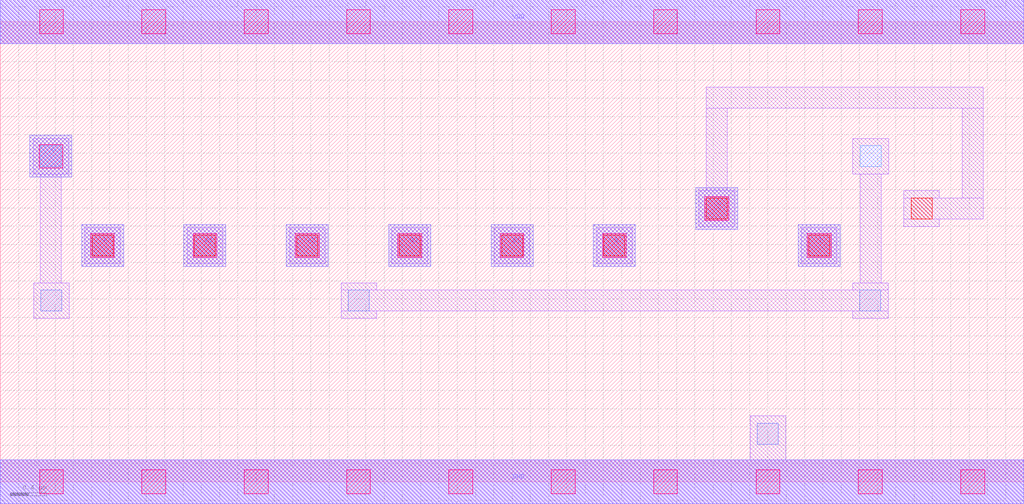
<source format=lef>
MACRO AAOAI3311
 CLASS CORE ;
 FOREIGN AAOAI3311 0 0 ;
 SIZE 11.200000000000001 BY 5.04 ;
 ORIGIN 0 0 ;
 SYMMETRY X Y R90 ;
 SITE unit ;
  PIN VDD
   DIRECTION INOUT ;
   USE POWER ;
   SHAPE ABUTMENT ;
    PORT
     CLASS CORE ;
       LAYER met1 ;
        RECT 0.00000000 4.80000000 11.20000000 5.28000000 ;
       LAYER met2 ;
        RECT 0.00000000 4.80000000 11.20000000 5.28000000 ;
    END
  END VDD

  PIN GND
   DIRECTION INOUT ;
   USE POWER ;
   SHAPE ABUTMENT ;
    PORT
     CLASS CORE ;
       LAYER met1 ;
        RECT 0.00000000 -0.24000000 11.20000000 0.24000000 ;
       LAYER met2 ;
        RECT 0.00000000 -0.24000000 11.20000000 0.24000000 ;
    END
  END GND

  PIN Y
   DIRECTION INOUT ;
   USE SIGNAL ;
   SHAPE ABUTMENT ;
    PORT
     CLASS CORE ;
       LAYER met2 ;
        RECT 0.32500000 3.33500000 0.78500000 3.79500000 ;
    END
  END Y

  PIN A
   DIRECTION INOUT ;
   USE SIGNAL ;
   SHAPE ABUTMENT ;
    PORT
     CLASS CORE ;
       LAYER met2 ;
        RECT 0.89000000 2.35700000 1.35000000 2.81700000 ;
    END
  END A

  PIN A1
   DIRECTION INOUT ;
   USE SIGNAL ;
   SHAPE ABUTMENT ;
    PORT
     CLASS CORE ;
       LAYER met2 ;
        RECT 2.01000000 2.35700000 2.47000000 2.81700000 ;
    END
  END A1

  PIN A2
   DIRECTION INOUT ;
   USE SIGNAL ;
   SHAPE ABUTMENT ;
    PORT
     CLASS CORE ;
       LAYER met2 ;
        RECT 3.13000000 2.35700000 3.59000000 2.81700000 ;
    END
  END A2

  PIN B
   DIRECTION INOUT ;
   USE SIGNAL ;
   SHAPE ABUTMENT ;
    PORT
     CLASS CORE ;
       LAYER met2 ;
        RECT 6.49000000 2.35700000 6.95000000 2.81700000 ;
    END
  END B

  PIN C
   DIRECTION INOUT ;
   USE SIGNAL ;
   SHAPE ABUTMENT ;
    PORT
     CLASS CORE ;
       LAYER met2 ;
        RECT 7.61000000 2.76200000 8.07000000 3.22200000 ;
    END
  END C

  PIN B1
   DIRECTION INOUT ;
   USE SIGNAL ;
   SHAPE ABUTMENT ;
    PORT
     CLASS CORE ;
       LAYER met2 ;
        RECT 5.37000000 2.35700000 5.83000000 2.81700000 ;
    END
  END B1

  PIN D
   DIRECTION INOUT ;
   USE SIGNAL ;
   SHAPE ABUTMENT ;
    PORT
     CLASS CORE ;
       LAYER met2 ;
        RECT 8.73000000 2.35700000 9.19000000 2.81700000 ;
    END
  END D

  PIN B2
   DIRECTION INOUT ;
   USE SIGNAL ;
   SHAPE ABUTMENT ;
    PORT
     CLASS CORE ;
       LAYER met2 ;
        RECT 4.25000000 2.35700000 4.71000000 2.81700000 ;
    END
  END B2

 OBS
    LAYER polycont ;
     RECT 1.00500000 2.47200000 1.23500000 2.70200000 ;
     RECT 2.12500000 2.47200000 2.35500000 2.70200000 ;
     RECT 3.24500000 2.47200000 3.47500000 2.70200000 ;
     RECT 4.36500000 2.47200000 4.59500000 2.70200000 ;
     RECT 5.48500000 2.47200000 5.71500000 2.70200000 ;
     RECT 6.60500000 2.47200000 6.83500000 2.70200000 ;
     RECT 8.84500000 2.47200000 9.07500000 2.70200000 ;
     RECT 7.72500000 2.87700000 7.95500000 3.10700000 ;
     RECT 9.96500000 2.87700000 10.19500000 3.10700000 ;

    LAYER pdiffc ;
     RECT 0.44000000 3.45000000 0.67000000 3.68000000 ;
     RECT 9.41000000 3.45000000 9.64000000 3.68000000 ;

    LAYER ndiffc ;
     RECT 8.28500000 0.41000000 8.51500000 0.64000000 ;
     RECT 0.44500000 1.87000000 0.67500000 2.10000000 ;
     RECT 3.81000000 1.87000000 4.04000000 2.10000000 ;
     RECT 9.40500000 1.87000000 9.63500000 2.10000000 ;

    LAYER met1 ;
     RECT 0.00000000 -0.24000000 11.20000000 0.24000000 ;
     RECT 8.20500000 0.24000000 8.59500000 0.72000000 ;
     RECT 0.92500000 2.39200000 1.31500000 2.78200000 ;
     RECT 2.04500000 2.39200000 2.43500000 2.78200000 ;
     RECT 3.16500000 2.39200000 3.55500000 2.78200000 ;
     RECT 4.28500000 2.39200000 4.67500000 2.78200000 ;
     RECT 5.40500000 2.39200000 5.79500000 2.78200000 ;
     RECT 6.52500000 2.39200000 6.91500000 2.78200000 ;
     RECT 8.76500000 2.39200000 9.15500000 2.78200000 ;
     RECT 0.36500000 1.79000000 0.75500000 2.18000000 ;
     RECT 0.44000000 2.18000000 0.67000000 3.37000000 ;
     RECT 0.36000000 3.37000000 0.75000000 3.76000000 ;
     RECT 3.73000000 1.79000000 4.12000000 1.87000000 ;
     RECT 9.32500000 1.79000000 9.71500000 1.87000000 ;
     RECT 3.73000000 1.87000000 9.71500000 2.10000000 ;
     RECT 3.73000000 2.10000000 4.12000000 2.18000000 ;
     RECT 9.32500000 2.10000000 9.71500000 2.18000000 ;
     RECT 9.41000000 2.18000000 9.64000000 3.37000000 ;
     RECT 9.33000000 3.37000000 9.72000000 3.76000000 ;
     RECT 9.88500000 2.79700000 10.27500000 2.87700000 ;
     RECT 9.88500000 2.87700000 10.75500000 3.10700000 ;
     RECT 7.64500000 2.79700000 8.03500000 3.18700000 ;
     RECT 9.88500000 3.10700000 10.27500000 3.18700000 ;
     RECT 7.72500000 3.18700000 7.95500000 4.09200000 ;
     RECT 10.52500000 3.10700000 10.75500000 4.09200000 ;
     RECT 7.72500000 4.09200000 10.75500000 4.32200000 ;
     RECT 0.00000000 4.80000000 11.20000000 5.28000000 ;

    LAYER via1 ;
     RECT 0.43000000 -0.13000000 0.69000000 0.13000000 ;
     RECT 1.55000000 -0.13000000 1.81000000 0.13000000 ;
     RECT 2.67000000 -0.13000000 2.93000000 0.13000000 ;
     RECT 3.79000000 -0.13000000 4.05000000 0.13000000 ;
     RECT 4.91000000 -0.13000000 5.17000000 0.13000000 ;
     RECT 6.03000000 -0.13000000 6.29000000 0.13000000 ;
     RECT 7.15000000 -0.13000000 7.41000000 0.13000000 ;
     RECT 8.27000000 -0.13000000 8.53000000 0.13000000 ;
     RECT 9.39000000 -0.13000000 9.65000000 0.13000000 ;
     RECT 10.51000000 -0.13000000 10.77000000 0.13000000 ;
     RECT 0.99000000 2.45700000 1.25000000 2.71700000 ;
     RECT 2.11000000 2.45700000 2.37000000 2.71700000 ;
     RECT 3.23000000 2.45700000 3.49000000 2.71700000 ;
     RECT 4.35000000 2.45700000 4.61000000 2.71700000 ;
     RECT 5.47000000 2.45700000 5.73000000 2.71700000 ;
     RECT 6.59000000 2.45700000 6.85000000 2.71700000 ;
     RECT 8.83000000 2.45700000 9.09000000 2.71700000 ;
     RECT 7.71000000 2.86200000 7.97000000 3.12200000 ;
     RECT 0.42500000 3.43500000 0.68500000 3.69500000 ;
     RECT 0.43000000 4.91000000 0.69000000 5.17000000 ;
     RECT 1.55000000 4.91000000 1.81000000 5.17000000 ;
     RECT 2.67000000 4.91000000 2.93000000 5.17000000 ;
     RECT 3.79000000 4.91000000 4.05000000 5.17000000 ;
     RECT 4.91000000 4.91000000 5.17000000 5.17000000 ;
     RECT 6.03000000 4.91000000 6.29000000 5.17000000 ;
     RECT 7.15000000 4.91000000 7.41000000 5.17000000 ;
     RECT 8.27000000 4.91000000 8.53000000 5.17000000 ;
     RECT 9.39000000 4.91000000 9.65000000 5.17000000 ;
     RECT 10.51000000 4.91000000 10.77000000 5.17000000 ;

    LAYER met2 ;
     RECT 0.00000000 -0.24000000 11.20000000 0.24000000 ;
     RECT 0.89000000 2.35700000 1.35000000 2.81700000 ;
     RECT 2.01000000 2.35700000 2.47000000 2.81700000 ;
     RECT 3.13000000 2.35700000 3.59000000 2.81700000 ;
     RECT 4.25000000 2.35700000 4.71000000 2.81700000 ;
     RECT 5.37000000 2.35700000 5.83000000 2.81700000 ;
     RECT 6.49000000 2.35700000 6.95000000 2.81700000 ;
     RECT 8.73000000 2.35700000 9.19000000 2.81700000 ;
     RECT 7.61000000 2.76200000 8.07000000 3.22200000 ;
     RECT 0.32500000 3.33500000 0.78500000 3.79500000 ;
     RECT 0.00000000 4.80000000 11.20000000 5.28000000 ;

 END
END AAOAI3311

</source>
